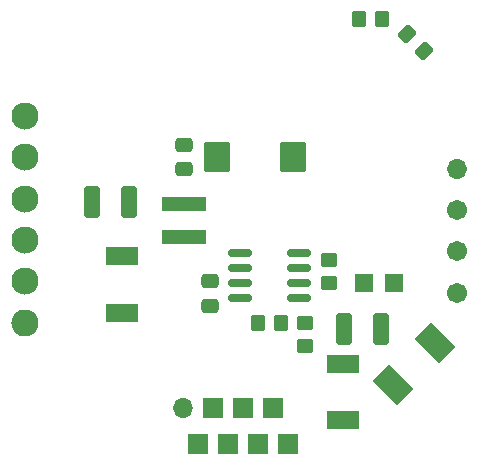
<source format=gbr>
%TF.GenerationSoftware,KiCad,Pcbnew,(6.0.9)*%
%TF.CreationDate,2024-03-13T22:45:16+01:00*%
%TF.ProjectId,HMW-IO-12-FM,484d572d-494f-42d3-9132-2d464d2e6b69,rev?*%
%TF.SameCoordinates,Original*%
%TF.FileFunction,Soldermask,Top*%
%TF.FilePolarity,Negative*%
%FSLAX46Y46*%
G04 Gerber Fmt 4.6, Leading zero omitted, Abs format (unit mm)*
G04 Created by KiCad (PCBNEW (6.0.9)) date 2024-03-13 22:45:16*
%MOMM*%
%LPD*%
G01*
G04 APERTURE LIST*
G04 Aperture macros list*
%AMRoundRect*
0 Rectangle with rounded corners*
0 $1 Rounding radius*
0 $2 $3 $4 $5 $6 $7 $8 $9 X,Y pos of 4 corners*
0 Add a 4 corners polygon primitive as box body*
4,1,4,$2,$3,$4,$5,$6,$7,$8,$9,$2,$3,0*
0 Add four circle primitives for the rounded corners*
1,1,$1+$1,$2,$3*
1,1,$1+$1,$4,$5*
1,1,$1+$1,$6,$7*
1,1,$1+$1,$8,$9*
0 Add four rect primitives between the rounded corners*
20,1,$1+$1,$2,$3,$4,$5,0*
20,1,$1+$1,$4,$5,$6,$7,0*
20,1,$1+$1,$6,$7,$8,$9,0*
20,1,$1+$1,$8,$9,$2,$3,0*%
%AMRotRect*
0 Rectangle, with rotation*
0 The origin of the aperture is its center*
0 $1 length*
0 $2 width*
0 $3 Rotation angle, in degrees counterclockwise*
0 Add horizontal line*
21,1,$1,$2,0,0,$3*%
G04 Aperture macros list end*
%ADD10RotRect,2.020000X2.950000X225.000000*%
%ADD11R,2.700000X1.500000*%
%ADD12O,1.704000X1.704000*%
%ADD13C,1.704000*%
%ADD14RoundRect,0.250000X-0.548008X-0.088388X-0.088388X-0.548008X0.548008X0.088388X0.088388X0.548008X0*%
%ADD15RoundRect,0.250000X-0.475000X0.337500X-0.475000X-0.337500X0.475000X-0.337500X0.475000X0.337500X0*%
%ADD16R,3.700000X1.200000*%
%ADD17R,1.600000X1.600000*%
%ADD18RoundRect,0.250000X0.450000X-0.350000X0.450000X0.350000X-0.450000X0.350000X-0.450000X-0.350000X0*%
%ADD19R,1.700000X1.700000*%
%ADD20RoundRect,0.250000X-0.350000X-0.450000X0.350000X-0.450000X0.350000X0.450000X-0.350000X0.450000X0*%
%ADD21RoundRect,0.250000X-0.875000X-1.025000X0.875000X-1.025000X0.875000X1.025000X-0.875000X1.025000X0*%
%ADD22RoundRect,0.250000X0.350000X0.450000X-0.350000X0.450000X-0.350000X-0.450000X0.350000X-0.450000X0*%
%ADD23RoundRect,0.250000X0.412500X1.100000X-0.412500X1.100000X-0.412500X-1.100000X0.412500X-1.100000X0*%
%ADD24RoundRect,0.150000X-0.825000X-0.150000X0.825000X-0.150000X0.825000X0.150000X-0.825000X0.150000X0*%
%ADD25O,1.700000X1.700000*%
%ADD26O,2.300000X2.300000*%
%ADD27C,2.300000*%
%ADD28RoundRect,0.250000X-0.412500X-1.100000X0.412500X-1.100000X0.412500X1.100000X-0.412500X1.100000X0*%
G04 APERTURE END LIST*
D10*
%TO.C,SI1*%
X166750000Y-85464466D03*
X163214466Y-89000000D03*
%TD*%
D11*
%TO.C,D3*%
X140250000Y-78100000D03*
X140250000Y-82900000D03*
%TD*%
D12*
%TO.C,J4*%
X168600000Y-70687500D03*
D13*
X168600000Y-74187500D03*
X168600000Y-77687500D03*
X168600000Y-81187500D03*
%TD*%
D14*
%TO.C,D1*%
X164425216Y-59305216D03*
X165874784Y-60754784D03*
%TD*%
D15*
%TO.C,C19*%
X147750000Y-80250000D03*
X147750000Y-82325000D03*
%TD*%
D16*
%TO.C,L1*%
X145500000Y-73700000D03*
X145500000Y-76500000D03*
%TD*%
D11*
%TO.C,D2*%
X159000000Y-87200000D03*
X159000000Y-92000000D03*
%TD*%
D17*
%TO.C,C17*%
X160794888Y-80400000D03*
X163294888Y-80400000D03*
%TD*%
D18*
%TO.C,R16*%
X157750000Y-80400000D03*
X157750000Y-78400000D03*
%TD*%
D19*
%TO.C,J1*%
X154300000Y-94000000D03*
X151760000Y-94000000D03*
X149220000Y-94000000D03*
X146680000Y-94000000D03*
%TD*%
D20*
%TO.C,R14*%
X160300000Y-58000000D03*
X162300000Y-58000000D03*
%TD*%
D15*
%TO.C,C21*%
X145500000Y-68675000D03*
X145500000Y-70750000D03*
%TD*%
D21*
%TO.C,C20*%
X148350000Y-69750000D03*
X154750000Y-69750000D03*
%TD*%
D22*
%TO.C,R18*%
X153750000Y-83750000D03*
X151750000Y-83750000D03*
%TD*%
D23*
%TO.C,C22*%
X140875000Y-73500000D03*
X137750000Y-73500000D03*
%TD*%
D24*
%TO.C,IC4*%
X150275000Y-77845000D03*
X150275000Y-79115000D03*
X150275000Y-80385000D03*
X150275000Y-81655000D03*
X155225000Y-81655000D03*
X155225000Y-80385000D03*
X155225000Y-79115000D03*
X155225000Y-77845000D03*
%TD*%
D19*
%TO.C,J2*%
X153090000Y-91000000D03*
X150550000Y-91000000D03*
X148010000Y-91000000D03*
D25*
X145470000Y-91000000D03*
%TD*%
D26*
%TO.C,J3*%
X132050000Y-83750000D03*
D27*
X132050000Y-80250000D03*
X132050000Y-76750000D03*
X132050000Y-73250000D03*
X132050000Y-69750000D03*
X132050000Y-66250000D03*
%TD*%
D18*
%TO.C,R17*%
X155750000Y-85750000D03*
X155750000Y-83750000D03*
%TD*%
D28*
%TO.C,C18*%
X159037500Y-84250000D03*
X162162500Y-84250000D03*
%TD*%
M02*

</source>
